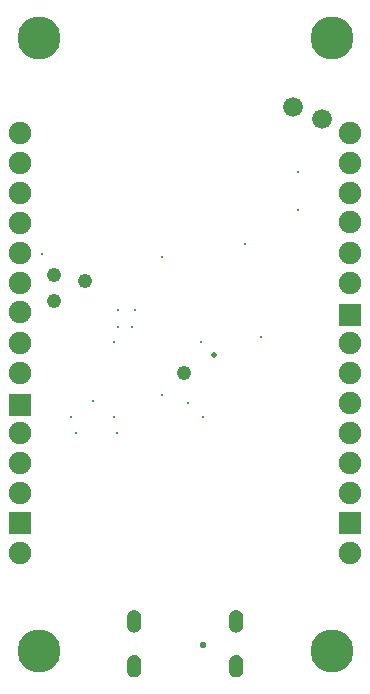
<source format=gbs>
G04*
G04 #@! TF.GenerationSoftware,Altium Limited,Altium Designer,20.2.7 (254)*
G04*
G04 Layer_Color=16711935*
%FSLAX25Y25*%
%MOIN*%
G70*
G04*
G04 #@! TF.SameCoordinates,4998CC98-4955-4D50-BC1E-778ED6EA16F9*
G04*
G04*
G04 #@! TF.FilePolarity,Negative*
G04*
G01*
G75*
%ADD56C,0.06591*%
%ADD57C,0.04764*%
%ADD58C,0.07491*%
%ADD59R,0.07491X0.07491*%
%ADD60O,0.04528X0.07284*%
%ADD61C,0.14370*%
%ADD62C,0.01063*%
%ADD63C,0.01968*%
%ADD64C,0.02165*%
G36*
X43746Y8461D02*
X43869Y8452D01*
X43992Y8435D01*
X44113Y8413D01*
X44233Y8384D01*
X44352Y8349D01*
X44469Y8308D01*
X44583Y8260D01*
X44695Y8207D01*
X44803Y8148D01*
X44909Y8083D01*
X45011Y8013D01*
X45109Y7938D01*
X45203Y7858D01*
X45292Y7773D01*
X45377Y7683D01*
X45458Y7589D01*
X45533Y7491D01*
X45603Y7389D01*
X45668Y7283D01*
X45727Y7175D01*
X45780Y7063D01*
X45827Y6949D01*
X45869Y6832D01*
X45904Y6714D01*
X45933Y6594D01*
X45955Y6472D01*
X45971Y6349D01*
X45981Y6226D01*
X45984Y6102D01*
Y4724D01*
X43622D01*
Y4685D01*
X45984D01*
Y3347D01*
X45981Y3223D01*
X45971Y3100D01*
X45955Y2977D01*
X45933Y2855D01*
X45904Y2735D01*
X45869Y2616D01*
X45827Y2500D01*
X45780Y2386D01*
X45727Y2274D01*
X45668Y2165D01*
X45603Y2060D01*
X45533Y1958D01*
X45458Y1860D01*
X45377Y1766D01*
X45292Y1676D01*
X45203Y1591D01*
X45109Y1511D01*
X45011Y1435D01*
X44909Y1365D01*
X44803Y1301D01*
X44695Y1242D01*
X44583Y1189D01*
X44469Y1141D01*
X44352Y1100D01*
X44233Y1065D01*
X44113Y1036D01*
X43992Y1013D01*
X43869Y997D01*
X43746Y988D01*
X43622Y984D01*
X43498Y988D01*
X43375Y997D01*
X43253Y1013D01*
X43131Y1036D01*
X43011Y1065D01*
X42892Y1100D01*
X42775Y1141D01*
X42661Y1189D01*
X42550Y1242D01*
X42441Y1301D01*
X42336Y1365D01*
X42234Y1435D01*
X42136Y1511D01*
X42041Y1591D01*
X41952Y1676D01*
X41867Y1766D01*
X41786Y1860D01*
X41711Y1958D01*
X41641Y2060D01*
X41576Y2165D01*
X41517Y2274D01*
X41464Y2386D01*
X41417Y2500D01*
X41375Y2616D01*
X41340Y2735D01*
X41311Y2855D01*
X41289Y2977D01*
X41273Y3100D01*
X41263Y3223D01*
X41260Y3347D01*
Y6102D01*
X41263Y6226D01*
X41273Y6349D01*
X41289Y6472D01*
X41311Y6594D01*
X41340Y6714D01*
X41375Y6832D01*
X41417Y6949D01*
X41464Y7063D01*
X41517Y7175D01*
X41576Y7283D01*
X41641Y7389D01*
X41711Y7491D01*
X41786Y7589D01*
X41867Y7683D01*
X41952Y7773D01*
X42041Y7858D01*
X42136Y7938D01*
X42234Y8013D01*
X42336Y8083D01*
X42441Y8148D01*
X42550Y8207D01*
X42661Y8260D01*
X42775Y8308D01*
X42892Y8349D01*
X43011Y8384D01*
X43131Y8413D01*
X43253Y8435D01*
X43375Y8452D01*
X43498Y8461D01*
X43622Y8465D01*
X43746Y8461D01*
D02*
G37*
G36*
Y23422D02*
X43869Y23412D01*
X43992Y23396D01*
X44113Y23374D01*
X44233Y23345D01*
X44352Y23310D01*
X44469Y23268D01*
X44583Y23221D01*
X44695Y23168D01*
X44803Y23109D01*
X44909Y23044D01*
X45011Y22974D01*
X45109Y22899D01*
X45203Y22818D01*
X45292Y22733D01*
X45377Y22644D01*
X45458Y22550D01*
X45533Y22452D01*
X45603Y22350D01*
X45668Y22244D01*
X45727Y22135D01*
X45780Y22024D01*
X45827Y21910D01*
X45869Y21793D01*
X45904Y21674D01*
X45933Y21554D01*
X45955Y21432D01*
X45971Y21310D01*
X45981Y21187D01*
X45984Y21063D01*
Y19685D01*
X43622D01*
Y19646D01*
X45984D01*
Y18307D01*
X45981Y18183D01*
X45971Y18060D01*
X45955Y17938D01*
X45933Y17816D01*
X45904Y17696D01*
X45869Y17577D01*
X45827Y17461D01*
X45780Y17346D01*
X45727Y17235D01*
X45668Y17126D01*
X45603Y17020D01*
X45533Y16919D01*
X45458Y16820D01*
X45377Y16726D01*
X45292Y16637D01*
X45203Y16552D01*
X45109Y16471D01*
X45011Y16396D01*
X44909Y16326D01*
X44803Y16261D01*
X44695Y16202D01*
X44583Y16149D01*
X44469Y16102D01*
X44352Y16060D01*
X44233Y16025D01*
X44113Y15996D01*
X43992Y15974D01*
X43869Y15958D01*
X43746Y15948D01*
X43622Y15945D01*
X43498Y15948D01*
X43375Y15958D01*
X43253Y15974D01*
X43131Y15996D01*
X43011Y16025D01*
X42892Y16060D01*
X42775Y16102D01*
X42661Y16149D01*
X42550Y16202D01*
X42441Y16261D01*
X42336Y16326D01*
X42234Y16396D01*
X42136Y16471D01*
X42041Y16552D01*
X41952Y16637D01*
X41867Y16726D01*
X41786Y16820D01*
X41711Y16919D01*
X41641Y17020D01*
X41576Y17126D01*
X41517Y17235D01*
X41464Y17346D01*
X41417Y17461D01*
X41375Y17577D01*
X41340Y17696D01*
X41311Y17816D01*
X41289Y17938D01*
X41273Y18060D01*
X41263Y18183D01*
X41260Y18307D01*
Y21063D01*
X41263Y21187D01*
X41273Y21310D01*
X41289Y21432D01*
X41311Y21554D01*
X41340Y21674D01*
X41375Y21793D01*
X41417Y21910D01*
X41464Y22024D01*
X41517Y22135D01*
X41576Y22244D01*
X41641Y22350D01*
X41711Y22452D01*
X41786Y22550D01*
X41867Y22644D01*
X41952Y22733D01*
X42041Y22818D01*
X42136Y22899D01*
X42234Y22974D01*
X42336Y23044D01*
X42441Y23109D01*
X42550Y23168D01*
X42661Y23221D01*
X42775Y23268D01*
X42892Y23310D01*
X43011Y23345D01*
X43131Y23374D01*
X43253Y23396D01*
X43375Y23412D01*
X43498Y23422D01*
X43622Y23425D01*
X43746Y23422D01*
D02*
G37*
G36*
X77761Y8461D02*
X77885Y8452D01*
X78007Y8435D01*
X78129Y8413D01*
X78249Y8384D01*
X78368Y8349D01*
X78484Y8308D01*
X78599Y8260D01*
X78710Y8207D01*
X78819Y8148D01*
X78924Y8083D01*
X79026Y8013D01*
X79124Y7938D01*
X79218Y7858D01*
X79308Y7773D01*
X79393Y7683D01*
X79474Y7589D01*
X79549Y7491D01*
X79619Y7389D01*
X79684Y7283D01*
X79742Y7175D01*
X79796Y7063D01*
X79843Y6949D01*
X79884Y6832D01*
X79919Y6714D01*
X79948Y6594D01*
X79971Y6472D01*
X79987Y6349D01*
X79997Y6226D01*
X80000Y6102D01*
Y4724D01*
X77638D01*
Y4685D01*
X80000D01*
Y3347D01*
X79997Y3223D01*
X79987Y3100D01*
X79971Y2977D01*
X79948Y2855D01*
X79919Y2735D01*
X79884Y2616D01*
X79843Y2500D01*
X79796Y2386D01*
X79742Y2274D01*
X79684Y2165D01*
X79619Y2060D01*
X79549Y1958D01*
X79474Y1860D01*
X79393Y1766D01*
X79308Y1676D01*
X79218Y1591D01*
X79124Y1511D01*
X79026Y1435D01*
X78924Y1365D01*
X78819Y1301D01*
X78710Y1242D01*
X78599Y1189D01*
X78484Y1141D01*
X78368Y1100D01*
X78249Y1065D01*
X78129Y1036D01*
X78007Y1013D01*
X77885Y997D01*
X77761Y988D01*
X77638Y984D01*
X77514Y988D01*
X77391Y997D01*
X77268Y1013D01*
X77147Y1036D01*
X77026Y1065D01*
X76908Y1100D01*
X76791Y1141D01*
X76677Y1189D01*
X76565Y1242D01*
X76457Y1301D01*
X76351Y1365D01*
X76249Y1435D01*
X76151Y1511D01*
X76057Y1591D01*
X75968Y1676D01*
X75882Y1766D01*
X75802Y1860D01*
X75727Y1958D01*
X75657Y2060D01*
X75592Y2165D01*
X75533Y2274D01*
X75480Y2386D01*
X75432Y2500D01*
X75391Y2616D01*
X75356Y2735D01*
X75327Y2855D01*
X75305Y2977D01*
X75288Y3100D01*
X75279Y3223D01*
X75276Y3347D01*
Y6102D01*
X75279Y6226D01*
X75288Y6349D01*
X75305Y6472D01*
X75327Y6594D01*
X75356Y6714D01*
X75391Y6832D01*
X75432Y6949D01*
X75480Y7063D01*
X75533Y7175D01*
X75592Y7283D01*
X75657Y7389D01*
X75727Y7491D01*
X75802Y7589D01*
X75882Y7683D01*
X75968Y7773D01*
X76057Y7858D01*
X76151Y7938D01*
X76249Y8013D01*
X76351Y8083D01*
X76457Y8148D01*
X76565Y8207D01*
X76677Y8260D01*
X76791Y8308D01*
X76908Y8349D01*
X77026Y8384D01*
X77147Y8413D01*
X77268Y8435D01*
X77391Y8452D01*
X77514Y8461D01*
X77638Y8465D01*
X77761Y8461D01*
D02*
G37*
G36*
Y23422D02*
X77885Y23412D01*
X78007Y23396D01*
X78129Y23374D01*
X78249Y23345D01*
X78368Y23310D01*
X78484Y23268D01*
X78599Y23221D01*
X78710Y23168D01*
X78819Y23109D01*
X78924Y23044D01*
X79026Y22974D01*
X79124Y22899D01*
X79218Y22818D01*
X79308Y22733D01*
X79393Y22644D01*
X79474Y22550D01*
X79549Y22452D01*
X79619Y22350D01*
X79684Y22244D01*
X79742Y22135D01*
X79796Y22024D01*
X79843Y21910D01*
X79884Y21793D01*
X79919Y21674D01*
X79948Y21554D01*
X79971Y21432D01*
X79987Y21310D01*
X79997Y21187D01*
X80000Y21063D01*
Y19685D01*
Y18307D01*
X79997Y18183D01*
X79987Y18060D01*
X79971Y17938D01*
X79948Y17816D01*
X79919Y17696D01*
X79884Y17577D01*
X79843Y17461D01*
X79796Y17346D01*
X79742Y17235D01*
X79684Y17126D01*
X79619Y17020D01*
X79549Y16919D01*
X79474Y16820D01*
X79393Y16726D01*
X79308Y16637D01*
X79218Y16552D01*
X79124Y16471D01*
X79026Y16396D01*
X78924Y16326D01*
X78819Y16261D01*
X78710Y16202D01*
X78599Y16149D01*
X78484Y16102D01*
X78368Y16060D01*
X78249Y16025D01*
X78129Y15996D01*
X78007Y15974D01*
X77885Y15958D01*
X77761Y15948D01*
X77638Y15945D01*
X77514Y15948D01*
X77391Y15958D01*
X77268Y15974D01*
X77147Y15996D01*
X77026Y16025D01*
X76908Y16060D01*
X76791Y16102D01*
X76677Y16149D01*
X76565Y16202D01*
X76457Y16261D01*
X76351Y16326D01*
X76249Y16396D01*
X76151Y16471D01*
X76057Y16552D01*
X75968Y16637D01*
X75882Y16726D01*
X75802Y16820D01*
X75727Y16919D01*
X75657Y17020D01*
X75592Y17126D01*
X75533Y17235D01*
X75480Y17346D01*
X75432Y17461D01*
X75391Y17577D01*
X75356Y17696D01*
X75327Y17816D01*
X75305Y17938D01*
X75288Y18060D01*
X75279Y18183D01*
X75276Y18307D01*
Y21063D01*
X75279Y21187D01*
X75288Y21310D01*
X75305Y21432D01*
X75327Y21554D01*
X75356Y21674D01*
X75391Y21793D01*
X75432Y21910D01*
X75480Y22024D01*
X75533Y22135D01*
X75592Y22244D01*
X75657Y22350D01*
X75727Y22452D01*
X75802Y22550D01*
X75882Y22644D01*
X75968Y22733D01*
X76057Y22818D01*
X76151Y22899D01*
X76249Y22974D01*
X76351Y23044D01*
X76457Y23109D01*
X76565Y23168D01*
X76677Y23221D01*
X76791Y23268D01*
X76908Y23310D01*
X77026Y23345D01*
X77147Y23374D01*
X77268Y23396D01*
X77391Y23412D01*
X77514Y23422D01*
X77638Y23425D01*
X77761Y23422D01*
D02*
G37*
D56*
X96570Y191201D02*
D03*
X106299Y187205D02*
D03*
D57*
X27265Y133272D02*
D03*
X16871Y135138D02*
D03*
Y126378D02*
D03*
X60098Y102421D02*
D03*
D58*
X115610Y42421D02*
D03*
Y82421D02*
D03*
Y72421D02*
D03*
Y62421D02*
D03*
Y92421D02*
D03*
Y102421D02*
D03*
Y112421D02*
D03*
Y172421D02*
D03*
Y162421D02*
D03*
Y152921D02*
D03*
Y142421D02*
D03*
Y132421D02*
D03*
Y182421D02*
D03*
X5610Y42421D02*
D03*
Y82421D02*
D03*
Y72421D02*
D03*
Y62421D02*
D03*
Y102421D02*
D03*
Y112421D02*
D03*
Y122921D02*
D03*
Y162421D02*
D03*
Y152421D02*
D03*
Y142421D02*
D03*
Y132421D02*
D03*
Y172421D02*
D03*
Y182421D02*
D03*
D59*
X115610Y52421D02*
D03*
Y121921D02*
D03*
X5610Y52421D02*
D03*
Y91921D02*
D03*
D60*
X77638Y4724D02*
D03*
X43622D02*
D03*
X77638Y19685D02*
D03*
X43622D02*
D03*
D61*
X11811Y9843D02*
D03*
Y214173D02*
D03*
X109449Y9843D02*
D03*
Y214173D02*
D03*
D62*
X66663Y87795D02*
D03*
X61552Y92412D02*
D03*
X52953Y95255D02*
D03*
X12894Y142028D02*
D03*
X38275Y117966D02*
D03*
X36968Y112797D02*
D03*
X65985D02*
D03*
X52953Y141043D02*
D03*
X44052Y123622D02*
D03*
X42876Y117966D02*
D03*
X29823Y93287D02*
D03*
X37023Y87878D02*
D03*
X98278Y169341D02*
D03*
X22623Y87795D02*
D03*
X98228Y156693D02*
D03*
X38275Y123622D02*
D03*
X80512Y145374D02*
D03*
X85817Y114612D02*
D03*
X37991Y82421D02*
D03*
X24114D02*
D03*
D63*
X70276Y108327D02*
D03*
D64*
X66614Y11713D02*
D03*
M02*

</source>
